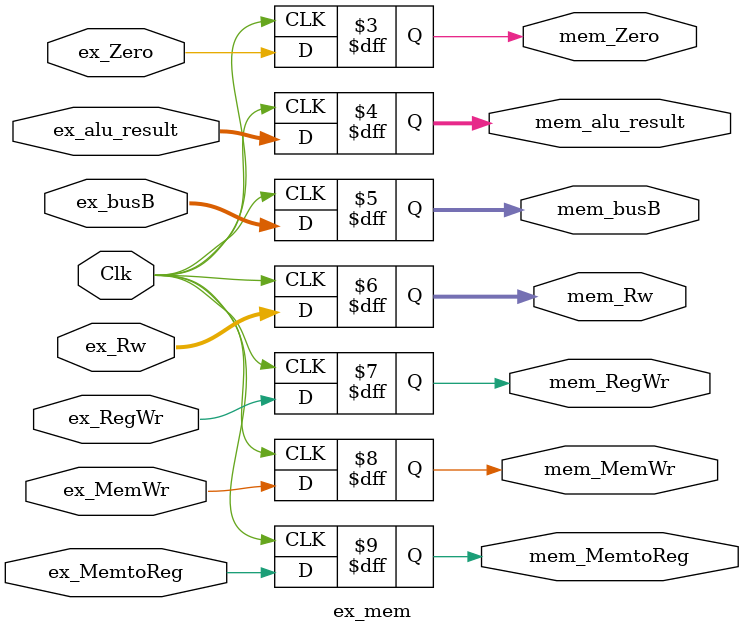
<source format=v>
module ex_mem( Clk,      ex_Zero,  ex_alu_result, ex_busB,   ex_Rw,
               ex_RegWr, ex_MemWr, ex_MemtoReg,   mem_Zero,  mem_alu_result,
               mem_busB, mem_Rw,   mem_RegWr,     mem_MemWr, mem_MemtoReg);
        
        input              Clk;
        input              ex_Zero;
        input       [31:0] ex_alu_result;
        input       [31:0] ex_busB;
        input       [4:0]  ex_Rw;        
        input              ex_RegWr,ex_MemWr,ex_MemtoReg;
	       
        output reg         mem_Zero;
        output reg [31:0]  mem_alu_result;
        output reg [31:0]  mem_busB;
        output reg [4:0]   mem_Rw;
        output reg         mem_RegWr,mem_MemWr,mem_MemtoReg;
        
        initial begin
          mem_Zero       = 0;
          mem_alu_result = 32'd0;
          mem_busB       = 32'd0;
          mem_Rw         = 5'd0;
          mem_RegWr      = 0; // 寄存器写控制信号
          mem_MemWr      = 0; // 数据内存写控制信号
          mem_MemtoReg   = 0; // 数据内存数据写入寄存器控制信号MUX
        end
        always @(posedge Clk)
        begin
          mem_alu_result <= ex_alu_result;
          mem_busB       <= ex_busB;
          mem_Rw         <= ex_Rw;     
          
          //control
          mem_Zero       <= ex_Zero;
          mem_RegWr      <= ex_RegWr;
          mem_MemWr      <= ex_MemWr;
          mem_MemtoReg   <= ex_MemtoReg;       
        end
endmodule
</source>
